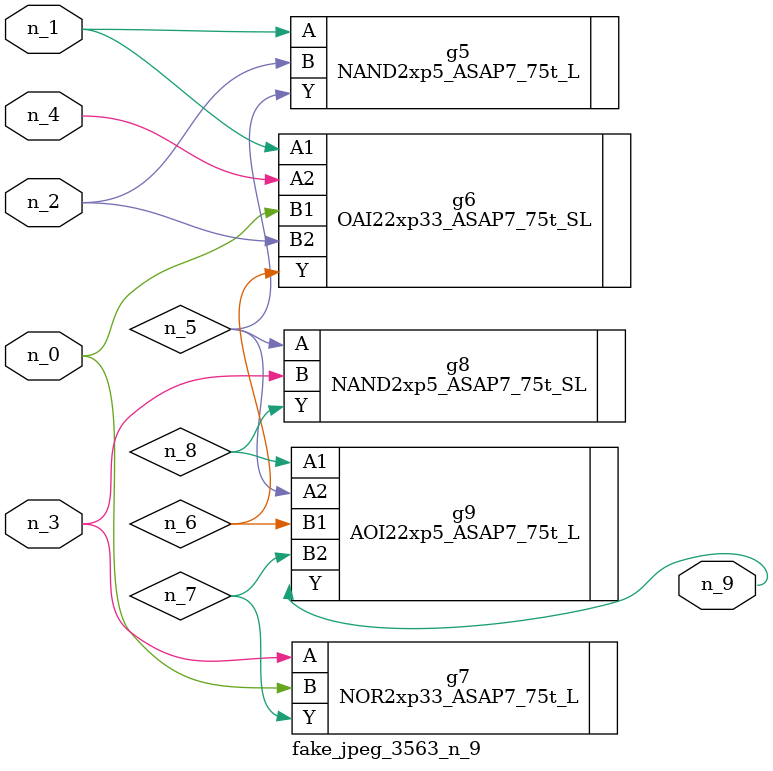
<source format=v>
module fake_jpeg_3563_n_9 (n_3, n_2, n_1, n_0, n_4, n_9);

input n_3;
input n_2;
input n_1;
input n_0;
input n_4;

output n_9;

wire n_8;
wire n_6;
wire n_5;
wire n_7;

NAND2xp5_ASAP7_75t_L g5 ( 
.A(n_1),
.B(n_2),
.Y(n_5)
);

OAI22xp33_ASAP7_75t_SL g6 ( 
.A1(n_1),
.A2(n_4),
.B1(n_0),
.B2(n_2),
.Y(n_6)
);

NOR2xp33_ASAP7_75t_L g7 ( 
.A(n_3),
.B(n_0),
.Y(n_7)
);

NAND2xp5_ASAP7_75t_SL g8 ( 
.A(n_5),
.B(n_3),
.Y(n_8)
);

AOI22xp5_ASAP7_75t_L g9 ( 
.A1(n_8),
.A2(n_5),
.B1(n_6),
.B2(n_7),
.Y(n_9)
);


endmodule
</source>
